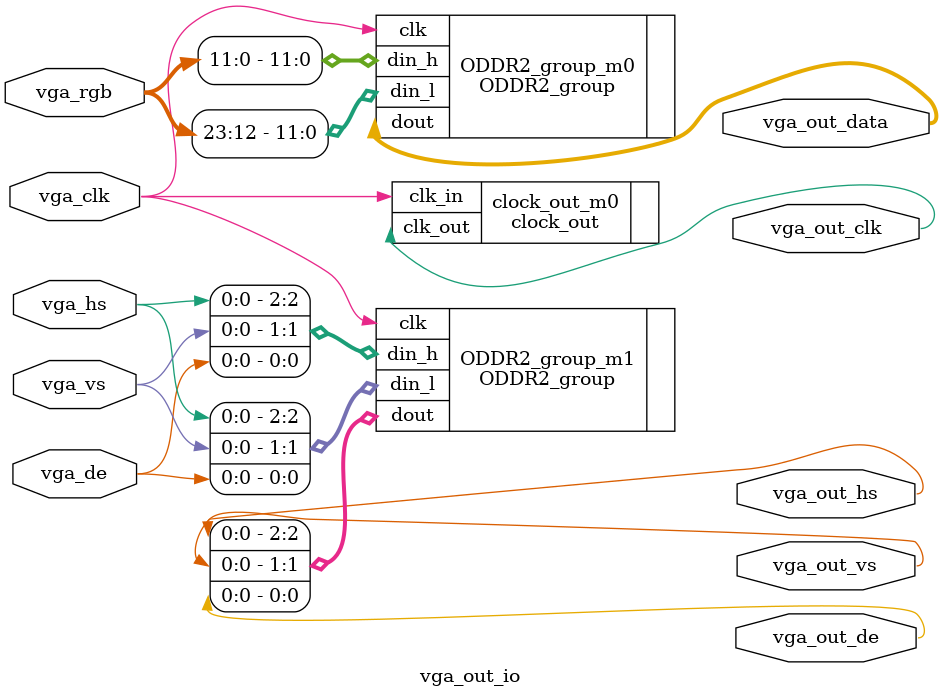
<source format=v>
module vga_out_io
(
	input vga_clk,
	input vga_hs,
	input vga_vs,
	input vga_de,
	input[23:0] vga_rgb,
	
	output vga_out_clk,
	output vga_out_hs,
	output vga_out_de,
	output vga_out_vs,
	output[11:0]  vga_out_data
);

ODDR2_group
#(
	.DATA_BITS(12)
)
ODDR2_group_m0
(
	.clk(vga_clk),
	.din_h(vga_rgb[11:0]),
	.din_l(vga_rgb[23:12]),
	.dout(vga_out_data)
);
 
ODDR2_group
#(
	.DATA_BITS(3)
)
ODDR2_group_m1
(
	.clk(vga_clk),
	.din_h({vga_hs,vga_vs,vga_de}),
	.din_l({vga_hs,vga_vs,vga_de}),
	.dout({vga_out_hs,vga_out_vs,vga_out_de})
);
clock_out clock_out_m0
(
	.clk_in(vga_clk),
	.clk_out(vga_out_clk)
);
endmodule 
</source>
